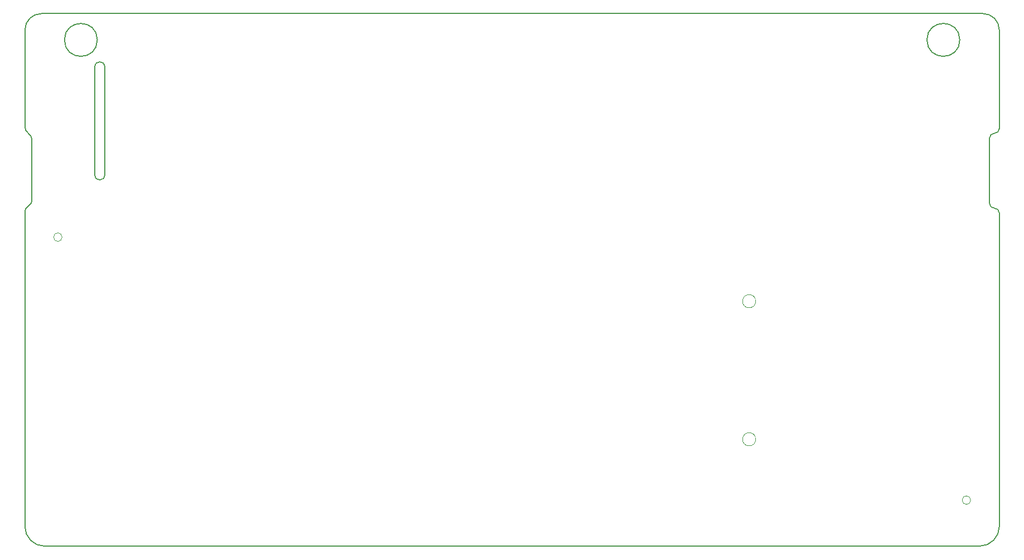
<source format=gbr>
%TF.GenerationSoftware,KiCad,Pcbnew,9.0.3*%
%TF.CreationDate,2025-10-17T08:06:56+02:00*%
%TF.ProjectId,communicator_pcb,636f6d6d-756e-4696-9361-746f725f7063,rev?*%
%TF.SameCoordinates,Original*%
%TF.FileFunction,Profile,NP*%
%FSLAX46Y46*%
G04 Gerber Fmt 4.6, Leading zero omitted, Abs format (unit mm)*
G04 Created by KiCad (PCBNEW 9.0.3) date 2025-10-17 08:06:56*
%MOMM*%
%LPD*%
G01*
G04 APERTURE LIST*
%TA.AperFunction,Profile*%
%ADD10C,0.160000*%
%TD*%
%TA.AperFunction,Profile*%
%ADD11C,0.100000*%
%TD*%
G04 APERTURE END LIST*
D10*
X222500000Y-78959191D02*
X222500000Y-88847082D01*
X76000000Y-90139356D02*
G75*
G02*
X76537030Y-89254724I997200J-44D01*
G01*
X76000000Y-90139356D02*
X76000000Y-138000000D01*
X223250001Y-89597082D02*
G75*
G02*
X222500018Y-88847082I-1J749982D01*
G01*
X88120000Y-68087200D02*
X88120000Y-84544578D01*
X223250001Y-89597082D02*
G75*
G02*
X224000018Y-90347082I-1J-750018D01*
G01*
X86620000Y-68087200D02*
X86620000Y-84544578D01*
X224000003Y-138000000D02*
G75*
G02*
X221000003Y-141000003I-3000003J0D01*
G01*
X87000000Y-64000000D02*
G75*
G02*
X82000000Y-64000000I-2500000J0D01*
G01*
X82000000Y-64000000D02*
G75*
G02*
X87000000Y-64000000I2500000J0D01*
G01*
X221500000Y-60000000D02*
X78500000Y-60000000D01*
X76537006Y-78230504D02*
G75*
G02*
X75999997Y-77191009I737594J1039504D01*
G01*
X224000003Y-138000000D02*
X224000003Y-90347082D01*
X222500000Y-78959191D02*
G75*
G02*
X223250000Y-78209200I750000J-9D01*
G01*
X77074012Y-88370000D02*
G75*
G02*
X76537003Y-89254672I-997212J0D01*
G01*
X76000000Y-62500000D02*
X76000000Y-77191009D01*
X221500000Y-60000000D02*
G75*
G02*
X224000000Y-62500000I0J-2500000D01*
G01*
X88120000Y-84544578D02*
G75*
G02*
X86620000Y-84544578I-750000J0D01*
G01*
X79000000Y-141000000D02*
X221000003Y-141000000D01*
X76537006Y-78230504D02*
G75*
G02*
X77074004Y-79270000I-737606J-1039496D01*
G01*
X77074012Y-88370000D02*
X77074012Y-79270000D01*
X79000000Y-141000000D02*
G75*
G02*
X76000000Y-138000000I0J3000000D01*
G01*
X76000000Y-62500000D02*
G75*
G02*
X78500000Y-60000000I2500000J0D01*
G01*
X224000000Y-77459191D02*
X224000000Y-62500000D01*
X224000000Y-77459191D02*
G75*
G02*
X223250000Y-78209200I-750000J-9D01*
G01*
X218000000Y-64000000D02*
G75*
G02*
X213000000Y-64000000I-2500000J0D01*
G01*
X213000000Y-64000000D02*
G75*
G02*
X218000000Y-64000000I2500000J0D01*
G01*
X86620000Y-68087200D02*
G75*
G02*
X88120000Y-68087200I750000J0D01*
G01*
D11*
%TO.C,SW1*%
X81650000Y-94000000D02*
G75*
G02*
X80350000Y-94000000I-650000J0D01*
G01*
X80350000Y-94000000D02*
G75*
G02*
X81650000Y-94000000I650000J0D01*
G01*
X187000000Y-103750000D02*
G75*
G02*
X185000000Y-103750000I-1000000J0D01*
G01*
X185000000Y-103750000D02*
G75*
G02*
X187000000Y-103750000I1000000J0D01*
G01*
X187000000Y-124750000D02*
G75*
G02*
X185000000Y-124750000I-1000000J0D01*
G01*
X185000000Y-124750000D02*
G75*
G02*
X187000000Y-124750000I1000000J0D01*
G01*
X219650000Y-134000000D02*
G75*
G02*
X218350000Y-134000000I-650000J0D01*
G01*
X218350000Y-134000000D02*
G75*
G02*
X219650000Y-134000000I650000J0D01*
G01*
%TD*%
M02*

</source>
